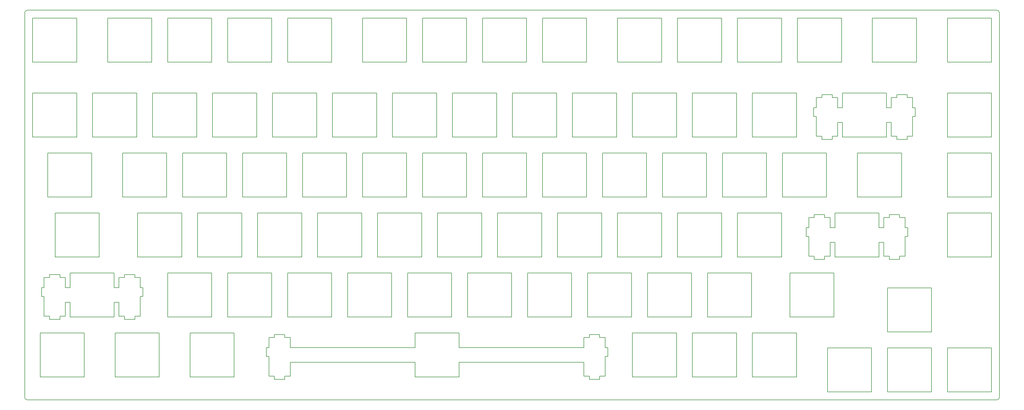
<source format=gbr>
G04 #@! TF.GenerationSoftware,KiCad,Pcbnew,7.0.1*
G04 #@! TF.CreationDate,2023-04-16T01:42:19-07:00*
G04 #@! TF.ProjectId,switch plate,73776974-6368-4207-906c-6174652e6b69,rev?*
G04 #@! TF.SameCoordinates,Original*
G04 #@! TF.FileFunction,Profile,NP*
%FSLAX46Y46*%
G04 Gerber Fmt 4.6, Leading zero omitted, Abs format (unit mm)*
G04 Created by KiCad (PCBNEW 7.0.1) date 2023-04-16 01:42:19*
%MOMM*%
%LPD*%
G01*
G04 APERTURE LIST*
G04 #@! TA.AperFunction,Profile*
%ADD10C,0.188976*%
G04 #@! TD*
G04 APERTURE END LIST*
D10*
X280435003Y-156488000D02*
X280435003Y-142488003D01*
X266435003Y-199349996D02*
X280435003Y-199349996D01*
X152991005Y-228149999D02*
X152991005Y-224919996D01*
X419677999Y-218169996D02*
X419677999Y-211899999D01*
X278052999Y-251799993D02*
X317677999Y-251799993D01*
X419677999Y-205869993D02*
X417952993Y-205869993D01*
X158991005Y-242499997D02*
X144991005Y-242499997D01*
X380447012Y-156488000D02*
X380447012Y-142488003D01*
X166422004Y-156488000D02*
X180422006Y-156488000D01*
X447121999Y-180300000D02*
X447121999Y-166300000D01*
X412927999Y-213699994D02*
X412927999Y-218169996D01*
X242335004Y-199349996D02*
X242335004Y-185350000D01*
X323585012Y-185350000D02*
X323585012Y-199349996D01*
X390685003Y-170999997D02*
X390685003Y-173800000D01*
X389128011Y-205869993D02*
X389128011Y-209099996D01*
X158991005Y-256499997D02*
X158991005Y-242499997D01*
X166422004Y-142488003D02*
X166422004Y-156488000D01*
X170041006Y-228149999D02*
X168516004Y-228149999D01*
X411403005Y-218399999D02*
X411403005Y-213699994D01*
X171766004Y-224919996D02*
X170041006Y-224919996D01*
X397403005Y-218399999D02*
X411403005Y-218399999D01*
X280435003Y-185350000D02*
X266435003Y-185350000D01*
X149753005Y-218399999D02*
X163753006Y-218399999D01*
X414653005Y-219149999D02*
X417952993Y-219149999D01*
X371210012Y-166300000D02*
X371210012Y-180300000D01*
X366447012Y-142488003D02*
X366447012Y-156488000D01*
X289960012Y-180300000D02*
X289960012Y-166300000D01*
X142610005Y-156488000D02*
X156610004Y-156488000D01*
X156610004Y-180300000D02*
X156610004Y-166300000D01*
X271197012Y-204399999D02*
X271197012Y-218399999D01*
X275672002Y-237449994D02*
X275672002Y-223449994D01*
X161660005Y-180300000D02*
X175660005Y-180300000D01*
X219403005Y-243049993D02*
X219403005Y-243969999D01*
X333110006Y-166300000D02*
X333110006Y-180300000D01*
X285485006Y-185350000D02*
X285485006Y-199349996D01*
X417034994Y-180070001D02*
X417034994Y-181050000D01*
X154516004Y-228149999D02*
X152991005Y-228149999D01*
X309010000Y-166300000D02*
X295010000Y-166300000D01*
X323297002Y-218399999D02*
X323297002Y-204399999D01*
X322703008Y-257249997D02*
X322703008Y-256269994D01*
X163753006Y-218399999D02*
X163753006Y-204399999D01*
X223572004Y-156488000D02*
X237572004Y-156488000D01*
X264052007Y-242499997D02*
X264052007Y-247199994D01*
X280435003Y-199349996D02*
X280435003Y-185350000D01*
X163753006Y-204399999D02*
X149753005Y-204399999D01*
X204522009Y-142488003D02*
X204522009Y-156488000D01*
X328347005Y-142488003D02*
X328347005Y-156488000D01*
X422060018Y-167769998D02*
X420335012Y-167769998D01*
X216853002Y-247199994D02*
X216853002Y-249999997D01*
X342635000Y-185350000D02*
X342635000Y-199349996D01*
X383116003Y-223449994D02*
X383116003Y-237449994D01*
X447121999Y-218399999D02*
X447121999Y-204399999D01*
X447121999Y-142488003D02*
X433121999Y-142488003D01*
X380447012Y-142488003D02*
X366447012Y-142488003D01*
X333110006Y-256499997D02*
X347110006Y-256499997D01*
X380447012Y-218399999D02*
X380447012Y-204399999D01*
X209285001Y-185350000D02*
X209285001Y-199349996D01*
X347397009Y-204399999D02*
X347397009Y-218399999D01*
X318535009Y-142488003D02*
X304535009Y-142488003D01*
X393233999Y-181050000D02*
X396534994Y-181050000D01*
X393233999Y-167769998D02*
X391510000Y-167769998D01*
X396534994Y-181050000D02*
X396534994Y-180070001D01*
X366160009Y-256499997D02*
X366160009Y-242499997D01*
X417952993Y-218169996D02*
X419677999Y-218169996D01*
X294722005Y-223449994D02*
X280722005Y-223449994D01*
X318535009Y-199349996D02*
X318535009Y-185350000D01*
X151266004Y-224919996D02*
X151266004Y-223999997D01*
X397116018Y-237449994D02*
X397116018Y-223449994D01*
X347397009Y-156488000D02*
X361397009Y-156488000D01*
X361397009Y-142488003D02*
X347397009Y-142488003D01*
X182803007Y-256499997D02*
X182803007Y-242499997D01*
X192616006Y-256499997D02*
X206616003Y-256499997D01*
X270910009Y-180300000D02*
X270910009Y-166300000D01*
X180710004Y-180300000D02*
X194710004Y-180300000D01*
X422060018Y-170999997D02*
X422060018Y-167769998D01*
X419677999Y-211899999D02*
X420503011Y-211899999D01*
X328347005Y-156488000D02*
X342347005Y-156488000D01*
X404547018Y-199349996D02*
X418547018Y-199349996D01*
X242622007Y-237449994D02*
X256622007Y-237449994D01*
X433121999Y-247262998D02*
X433121999Y-261262998D01*
X299772009Y-237449994D02*
X313772009Y-237449994D01*
X396534994Y-167769998D02*
X396534994Y-166850002D01*
X388302999Y-211899999D02*
X389128011Y-211899999D01*
X233097005Y-204399999D02*
X233097005Y-218399999D01*
X418547018Y-185350000D02*
X404547018Y-185350000D01*
X411403005Y-204399999D02*
X397403005Y-204399999D01*
X217678007Y-247199994D02*
X216853002Y-247199994D01*
X412927999Y-218169996D02*
X414653005Y-218169996D01*
X285197012Y-218399999D02*
X285197012Y-204399999D01*
X168516004Y-237449994D02*
X168516004Y-232749997D01*
X199472005Y-223449994D02*
X185472005Y-223449994D01*
X168516004Y-223449994D02*
X154516004Y-223449994D01*
X447121999Y-166300000D02*
X433121999Y-166300000D01*
X189947004Y-218399999D02*
X189947004Y-204399999D01*
X324427999Y-249999997D02*
X325253011Y-249999997D01*
X396534994Y-180070001D02*
X398260000Y-180070001D01*
X266147009Y-204399999D02*
X252147009Y-204399999D01*
X337871999Y-223449994D02*
X337871999Y-237449994D01*
X192616006Y-242499997D02*
X192616006Y-256499997D01*
X422885000Y-173800000D02*
X422885000Y-170999997D01*
X216853002Y-249999997D02*
X217678007Y-249999997D01*
X232810003Y-180300000D02*
X232810003Y-166300000D01*
X176791006Y-224919996D02*
X175066003Y-224919996D01*
X314060003Y-180300000D02*
X328060003Y-180300000D01*
X394151998Y-204949994D02*
X390853002Y-204949994D01*
X433121999Y-199349996D02*
X447121999Y-199349996D01*
X324427999Y-247199994D02*
X324427999Y-243969999D01*
X145416005Y-228149999D02*
X145416005Y-230949994D01*
X223285001Y-199349996D02*
X223285001Y-185350000D01*
X420503011Y-211899999D02*
X420503011Y-209099996D01*
X395021993Y-247262998D02*
X395021993Y-261262998D01*
X422060018Y-180070001D02*
X422060018Y-173800000D01*
X328060003Y-166300000D02*
X314060003Y-166300000D01*
X251859007Y-180300000D02*
X251859007Y-166300000D01*
X152991005Y-232749997D02*
X154516004Y-232749997D01*
X313772009Y-223449994D02*
X299772009Y-223449994D01*
X322703008Y-256269994D02*
X324427999Y-256269994D01*
X422885000Y-170999997D02*
X422060018Y-170999997D01*
X393233999Y-180070001D02*
X393233999Y-181050000D01*
X318822012Y-237449994D02*
X332822012Y-237449994D01*
X417034994Y-181050000D02*
X420335012Y-181050000D01*
X428072012Y-228212995D02*
X414072012Y-228212995D01*
X199760008Y-166300000D02*
X199760008Y-180300000D01*
X347397009Y-142488003D02*
X347397009Y-156488000D01*
X224428007Y-243969999D02*
X222703008Y-243969999D01*
X261672002Y-237449994D02*
X275672002Y-237449994D01*
X413784994Y-166300000D02*
X399784994Y-166300000D01*
X415310018Y-175600000D02*
X415310018Y-180070001D01*
X146241005Y-230949994D02*
X146241005Y-237219999D01*
X411403005Y-209099996D02*
X411403005Y-204399999D01*
X396534994Y-166850002D02*
X393233999Y-166850002D01*
X247097005Y-204399999D02*
X233097005Y-204399999D01*
X185472005Y-237449994D02*
X199472005Y-237449994D01*
X171766004Y-223999997D02*
X171766004Y-224919996D01*
X433121999Y-204399999D02*
X433121999Y-218399999D01*
X261385008Y-142488003D02*
X247385008Y-142488003D01*
X175660005Y-180300000D02*
X175660005Y-166300000D01*
X304535009Y-199349996D02*
X318535009Y-199349996D01*
X411403005Y-213699994D02*
X412927999Y-213699994D01*
X171766004Y-237219999D02*
X171766004Y-238199994D01*
X317677999Y-251799993D02*
X317677999Y-256269994D01*
X185472005Y-223449994D02*
X185472005Y-237449994D01*
X322703008Y-243049993D02*
X319403005Y-243049993D01*
X323297002Y-204399999D02*
X309297002Y-204399999D01*
X147966005Y-238199994D02*
X151266004Y-238199994D01*
X152991005Y-237219999D02*
X152991005Y-232749997D01*
X142610005Y-166300000D02*
X142610005Y-180300000D01*
X390853002Y-219149999D02*
X394151998Y-219149999D01*
X171185007Y-185350000D02*
X171185007Y-199349996D01*
X394733999Y-199349996D02*
X394733999Y-185350000D01*
X423310018Y-156488000D02*
X423310018Y-142488003D01*
X447121999Y-185350000D02*
X433121999Y-185350000D01*
X333110006Y-180300000D02*
X347110006Y-180300000D01*
X380735006Y-185350000D02*
X380735006Y-199349996D01*
X199472005Y-237449994D02*
X199472005Y-223449994D01*
X325253011Y-247199994D02*
X324427999Y-247199994D01*
X304246999Y-204399999D02*
X290246999Y-204399999D01*
X278052999Y-256499997D02*
X278052999Y-251799993D01*
X449648000Y-140963002D02*
X449648000Y-262788984D01*
X433121999Y-261262998D02*
X447121999Y-261262998D01*
X154516004Y-232749997D02*
X154516004Y-237449994D01*
X299485006Y-156488000D02*
X299485006Y-142488003D01*
X213760008Y-180300000D02*
X213760008Y-166300000D01*
X304246999Y-218399999D02*
X304246999Y-204399999D01*
X194997003Y-204399999D02*
X194997003Y-218399999D01*
X356635000Y-199349996D02*
X356635000Y-185350000D01*
X151266004Y-223999997D02*
X147966005Y-223999997D01*
X428072012Y-261262998D02*
X428072012Y-247262998D01*
X285485006Y-142488003D02*
X285485006Y-156488000D01*
X280722005Y-237449994D02*
X294722005Y-237449994D01*
X413784994Y-180300000D02*
X413784994Y-175600000D01*
X218522009Y-142488003D02*
X204522009Y-142488003D01*
X224428007Y-256269994D02*
X224428007Y-251799993D01*
X261385008Y-199349996D02*
X261385008Y-185350000D01*
X149753005Y-204399999D02*
X149753005Y-218399999D01*
X380447012Y-204399999D02*
X366447012Y-204399999D01*
X414072012Y-242212995D02*
X428072012Y-242212995D01*
X275960012Y-180300000D02*
X289960012Y-180300000D01*
X395878011Y-218169996D02*
X395878011Y-213699994D01*
X141085005Y-139963002D02*
X448648000Y-139963002D01*
X199472005Y-142488003D02*
X185472005Y-142488003D01*
X228047002Y-218399999D02*
X228047002Y-204399999D01*
X333110006Y-242499997D02*
X333110006Y-256499997D01*
X352160009Y-166300000D02*
X352160009Y-180300000D01*
X304535009Y-142488003D02*
X304535009Y-156488000D01*
X356635000Y-185350000D02*
X342635000Y-185350000D01*
X147966005Y-237219999D02*
X147966005Y-238199994D01*
X223285001Y-185350000D02*
X209285001Y-185350000D01*
X447121999Y-199349996D02*
X447121999Y-185350000D01*
X397403005Y-209099996D02*
X395878011Y-209099996D01*
X324427999Y-243969999D02*
X322703008Y-243969999D01*
X337871999Y-237449994D02*
X351871999Y-237449994D01*
X409310018Y-142488003D02*
X409310018Y-156488000D01*
X332822012Y-223449994D02*
X318822012Y-223449994D01*
X237572004Y-142488003D02*
X223572004Y-142488003D01*
X289960012Y-166300000D02*
X275960012Y-166300000D01*
X222703008Y-243049993D02*
X219403005Y-243049993D01*
X285485006Y-156488000D02*
X299485006Y-156488000D01*
X420335012Y-167769998D02*
X420335012Y-166850002D01*
X206616003Y-242499997D02*
X192616006Y-242499997D01*
X420335012Y-180070001D02*
X422060018Y-180070001D01*
X266435003Y-185350000D02*
X266435003Y-199349996D01*
X304535009Y-156488000D02*
X318535009Y-156488000D01*
X389128011Y-209099996D02*
X388302999Y-209099996D01*
X361685003Y-185350000D02*
X361685003Y-199349996D01*
X256622007Y-223449994D02*
X242622007Y-223449994D01*
X140085016Y-262788984D02*
G75*
G03*
X141085005Y-263788984I999984J-16D01*
G01*
X399496999Y-156488000D02*
X399496999Y-142488003D01*
X397403005Y-213699994D02*
X397403005Y-218399999D01*
X247385008Y-199349996D02*
X261385008Y-199349996D01*
X233097005Y-218399999D02*
X247097005Y-218399999D01*
X185185007Y-199349996D02*
X185185007Y-185350000D01*
X180422006Y-156488000D02*
X180422006Y-142488003D01*
X218522009Y-237449994D02*
X218522009Y-223449994D01*
X180422006Y-142488003D02*
X166422004Y-142488003D01*
X385210012Y-166300000D02*
X371210012Y-166300000D01*
X414072012Y-228212995D02*
X414072012Y-242212995D01*
X447121999Y-247262998D02*
X433121999Y-247262998D01*
X356922002Y-223449994D02*
X356922002Y-237449994D01*
X414072012Y-261262998D02*
X428072012Y-261262998D01*
X224428007Y-251799993D02*
X264052007Y-251799993D01*
X204235006Y-185350000D02*
X190235006Y-185350000D01*
X375685003Y-199349996D02*
X375685003Y-185350000D01*
X366447012Y-204399999D02*
X366447012Y-218399999D01*
X319403005Y-243049993D02*
X319403005Y-243969999D01*
X247097005Y-218399999D02*
X247097005Y-204399999D01*
X324427999Y-256269994D02*
X324427999Y-249999997D01*
X342347005Y-156488000D02*
X342347005Y-142488003D01*
X261672002Y-223449994D02*
X261672002Y-237449994D01*
X177616006Y-228149999D02*
X176791006Y-228149999D01*
X356922002Y-237449994D02*
X370922002Y-237449994D01*
X319403005Y-243969999D02*
X317677999Y-243969999D01*
X144991005Y-256499997D02*
X158991005Y-256499997D01*
X414653005Y-204949994D02*
X414653005Y-205869993D01*
X218522009Y-223449994D02*
X204522009Y-223449994D01*
X151266004Y-237219999D02*
X152991005Y-237219999D01*
X161660005Y-166300000D02*
X161660005Y-180300000D01*
X154516004Y-223449994D02*
X154516004Y-228149999D01*
X414072012Y-247262998D02*
X414072012Y-261262998D01*
X190235006Y-185350000D02*
X190235006Y-199349996D01*
X394733999Y-185350000D02*
X380735006Y-185350000D01*
X325253011Y-249999997D02*
X325253011Y-247199994D01*
X409310018Y-156488000D02*
X423310018Y-156488000D01*
X232810003Y-166300000D02*
X218810003Y-166300000D01*
X142610005Y-180300000D02*
X156610004Y-180300000D01*
X264052007Y-256499997D02*
X278052999Y-256499997D01*
X380735006Y-199349996D02*
X394733999Y-199349996D01*
X391510000Y-167769998D02*
X391510000Y-170999997D01*
X219403005Y-257249997D02*
X222703008Y-257249997D01*
X280435003Y-142488003D02*
X266435003Y-142488003D01*
X433121999Y-142488003D02*
X433121999Y-156488000D01*
X228335004Y-185350000D02*
X228335004Y-199349996D01*
X390853002Y-204949994D02*
X390853002Y-205869993D01*
X423310018Y-142488003D02*
X409310018Y-142488003D01*
X295010000Y-166300000D02*
X295010000Y-180300000D01*
X347110006Y-166300000D02*
X333110006Y-166300000D01*
X447121999Y-261262998D02*
X447121999Y-247262998D01*
X351871999Y-223449994D02*
X337871999Y-223449994D01*
X237572004Y-156488000D02*
X237572004Y-142488003D01*
X170041006Y-224919996D02*
X170041006Y-228149999D01*
X420335012Y-166850002D02*
X417034994Y-166850002D01*
X170041006Y-237219999D02*
X171766004Y-237219999D01*
X175066003Y-224919996D02*
X175066003Y-223999997D01*
X366160009Y-180300000D02*
X366160009Y-166300000D01*
X204522009Y-237449994D02*
X218522009Y-237449994D01*
X347110006Y-180300000D02*
X347110006Y-166300000D01*
X161372005Y-185350000D02*
X147372005Y-185350000D01*
X218522009Y-156488000D02*
X218522009Y-142488003D01*
X146241005Y-228149999D02*
X145416005Y-228149999D01*
X228047002Y-204399999D02*
X214047002Y-204399999D01*
X256622007Y-237449994D02*
X256622007Y-223449994D01*
X223572004Y-142488003D02*
X223572004Y-156488000D01*
X399784994Y-166300000D02*
X399784994Y-170999997D01*
X415310018Y-180070001D02*
X417034994Y-180070001D01*
X389128011Y-218169996D02*
X390853002Y-218169996D01*
X185472005Y-142488003D02*
X185472005Y-156488000D01*
X399496999Y-142488003D02*
X385496999Y-142488003D01*
X404547018Y-185350000D02*
X404547018Y-199349996D01*
X395878011Y-209099996D02*
X395878011Y-205869993D01*
X385496999Y-156488000D02*
X399496999Y-156488000D01*
X370922002Y-223449994D02*
X356922002Y-223449994D01*
X309297002Y-218399999D02*
X323297002Y-218399999D01*
X175066003Y-223999997D02*
X171766004Y-223999997D01*
X141085005Y-139963005D02*
G75*
G03*
X140085005Y-140963002I-5J-999995D01*
G01*
X264052007Y-247199994D02*
X224428007Y-247199994D01*
X194997003Y-218399999D02*
X208997007Y-218399999D01*
X147966005Y-223999997D02*
X147966005Y-224919996D01*
X261385008Y-156488000D02*
X261385008Y-142488003D01*
X270910009Y-166300000D02*
X256909002Y-166300000D01*
X147372005Y-185350000D02*
X147372005Y-199349996D01*
X347397009Y-218399999D02*
X361397009Y-218399999D01*
X398260000Y-167769998D02*
X396534994Y-167769998D01*
X385210012Y-180300000D02*
X385210012Y-166300000D01*
X278052999Y-242499997D02*
X264052007Y-242499997D01*
X206616003Y-256499997D02*
X206616003Y-242499997D01*
X313772009Y-237449994D02*
X313772009Y-223449994D01*
X366447012Y-156488000D02*
X380447012Y-156488000D01*
X213760008Y-166300000D02*
X199760008Y-166300000D01*
X366160009Y-166300000D02*
X352160009Y-166300000D01*
X161372005Y-199349996D02*
X161372005Y-185350000D01*
X347110006Y-256499997D02*
X347110006Y-242499997D01*
X419677999Y-209099996D02*
X419677999Y-205869993D01*
X415310018Y-167769998D02*
X415310018Y-170999997D01*
X347110006Y-242499997D02*
X333110006Y-242499997D01*
X176791006Y-230949994D02*
X177616006Y-230949994D01*
X397403005Y-204399999D02*
X397403005Y-209099996D01*
X428072012Y-247262998D02*
X414072012Y-247262998D01*
X398260000Y-175600000D02*
X399784994Y-175600000D01*
X285197012Y-204399999D02*
X271197012Y-204399999D01*
X447121999Y-156488000D02*
X447121999Y-142488003D01*
X299485006Y-185350000D02*
X285485006Y-185350000D01*
X322703008Y-243969999D02*
X322703008Y-243049993D01*
X332822012Y-237449994D02*
X332822012Y-223449994D01*
X328347005Y-218399999D02*
X342347005Y-218399999D01*
X168803007Y-256499997D02*
X182803007Y-256499997D01*
X370922002Y-237449994D02*
X370922002Y-223449994D01*
X361397009Y-156488000D02*
X361397009Y-142488003D01*
X204235006Y-199349996D02*
X204235006Y-185350000D01*
X147966005Y-224919996D02*
X146241005Y-224919996D01*
X175066003Y-238199994D02*
X175066003Y-237219999D01*
X389128011Y-211899999D02*
X389128011Y-218169996D01*
X417952993Y-204949994D02*
X414653005Y-204949994D01*
X290246999Y-218399999D02*
X304246999Y-218399999D01*
X147372005Y-199349996D02*
X161372005Y-199349996D01*
X171766004Y-238199994D02*
X175066003Y-238199994D01*
X366447012Y-218399999D02*
X380447012Y-218399999D01*
X417034994Y-167769998D02*
X415310018Y-167769998D01*
X417952993Y-219149999D02*
X417952993Y-218169996D01*
X352160009Y-180300000D02*
X366160009Y-180300000D01*
X146241005Y-237219999D02*
X147966005Y-237219999D01*
X318535009Y-185350000D02*
X304535009Y-185350000D01*
X222703008Y-243969999D02*
X222703008Y-243049993D01*
X242335004Y-185350000D02*
X228335004Y-185350000D01*
X449647998Y-140963002D02*
G75*
G03*
X448648000Y-139963002I-999998J2D01*
G01*
X361685003Y-199349996D02*
X375685003Y-199349996D01*
X199472005Y-156488000D02*
X199472005Y-142488003D01*
X409021993Y-261262998D02*
X409021993Y-247262998D01*
X390685003Y-173800000D02*
X391510000Y-173800000D01*
X385210012Y-242499997D02*
X371210012Y-242499997D01*
X420335012Y-181050000D02*
X420335012Y-180070001D01*
X309297002Y-204399999D02*
X309297002Y-218399999D01*
X176791006Y-228149999D02*
X176791006Y-224919996D01*
X140085005Y-262788984D02*
X140085005Y-140963002D01*
X175947004Y-218399999D02*
X189947004Y-218399999D01*
X285485006Y-199349996D02*
X299485006Y-199349996D01*
X371210012Y-180300000D02*
X385210012Y-180300000D01*
X447121999Y-204399999D02*
X433121999Y-204399999D01*
X399784994Y-175600000D02*
X399784994Y-180300000D01*
X371210012Y-242499997D02*
X371210012Y-256499997D01*
X264052007Y-251799993D02*
X264052007Y-256499997D01*
X219403005Y-256269994D02*
X219403005Y-257249997D01*
X290246999Y-204399999D02*
X290246999Y-218399999D01*
X428072012Y-242212995D02*
X428072012Y-228212995D01*
X342347005Y-204399999D02*
X328347005Y-204399999D01*
X409021993Y-247262998D02*
X395021993Y-247262998D01*
X433121999Y-185350000D02*
X433121999Y-199349996D01*
X204522009Y-223449994D02*
X204522009Y-237449994D01*
X414653005Y-205869993D02*
X412927999Y-205869993D01*
X351871999Y-237449994D02*
X351871999Y-223449994D01*
X177616006Y-230949994D02*
X177616006Y-228149999D01*
X342635000Y-199349996D02*
X356635000Y-199349996D01*
X218810003Y-166300000D02*
X218810003Y-180300000D01*
X319403005Y-257249997D02*
X322703008Y-257249997D01*
X223572004Y-237449994D02*
X237572004Y-237449994D01*
X271197012Y-218399999D02*
X285197012Y-218399999D01*
X266435003Y-142488003D02*
X266435003Y-156488000D01*
X209285001Y-199349996D02*
X223285001Y-199349996D01*
X208997007Y-218399999D02*
X208997007Y-204399999D01*
X266147009Y-218399999D02*
X266147009Y-204399999D01*
X383116003Y-237449994D02*
X397116018Y-237449994D01*
X323585012Y-199349996D02*
X337585012Y-199349996D01*
X385496999Y-142488003D02*
X385496999Y-156488000D01*
X391510000Y-180070001D02*
X393233999Y-180070001D01*
X422060018Y-173800000D02*
X422885000Y-173800000D01*
X185472005Y-156488000D02*
X199472005Y-156488000D01*
X185185007Y-185350000D02*
X171185007Y-185350000D01*
X247385008Y-142488003D02*
X247385008Y-156488000D01*
X309010000Y-180300000D02*
X309010000Y-166300000D01*
X317677999Y-256269994D02*
X319403005Y-256269994D01*
X395878011Y-205869993D02*
X394151998Y-205869993D01*
X418547018Y-199349996D02*
X418547018Y-185350000D01*
X189947004Y-204399999D02*
X175947004Y-204399999D01*
X448648000Y-263788984D02*
X141085005Y-263788984D01*
X366160009Y-242499997D02*
X352160009Y-242499997D01*
X361397009Y-204399999D02*
X347397009Y-204399999D01*
X337585012Y-199349996D02*
X337585012Y-185350000D01*
X242622007Y-223449994D02*
X242622007Y-237449994D01*
X278052999Y-247199994D02*
X278052999Y-242499997D01*
X385210012Y-256499997D02*
X385210012Y-242499997D01*
X214047002Y-204399999D02*
X214047002Y-218399999D01*
X390853002Y-205869993D02*
X389128011Y-205869993D01*
X224428007Y-247199994D02*
X224428007Y-243969999D01*
X417034994Y-166850002D02*
X417034994Y-167769998D01*
X176791006Y-237219999D02*
X176791006Y-230949994D01*
X168516004Y-232749997D02*
X170041006Y-232749997D01*
X175947004Y-204399999D02*
X175947004Y-218399999D01*
X352160009Y-256499997D02*
X366160009Y-256499997D01*
X194710004Y-166300000D02*
X180710004Y-166300000D01*
X154516004Y-237449994D02*
X168516004Y-237449994D01*
X361397009Y-218399999D02*
X361397009Y-204399999D01*
X388302999Y-209099996D02*
X388302999Y-211899999D01*
X433121999Y-166300000D02*
X433121999Y-180300000D01*
X337585012Y-185350000D02*
X323585012Y-185350000D01*
X393233999Y-166850002D02*
X393233999Y-167769998D01*
X412927999Y-209099996D02*
X411403005Y-209099996D01*
X394151998Y-218169996D02*
X395878011Y-218169996D01*
X412927999Y-205869993D02*
X412927999Y-209099996D01*
X217678007Y-256269994D02*
X219403005Y-256269994D01*
X433121999Y-180300000D02*
X447121999Y-180300000D01*
X237572004Y-223449994D02*
X223572004Y-223449994D01*
X151266004Y-238199994D02*
X151266004Y-237219999D01*
X294722005Y-237449994D02*
X294722005Y-223449994D01*
X398260000Y-180070001D02*
X398260000Y-175600000D01*
X317677999Y-243969999D02*
X317677999Y-247199994D01*
X390853002Y-218169996D02*
X390853002Y-219149999D01*
X415310018Y-170999997D02*
X413784994Y-170999997D01*
X317677999Y-247199994D02*
X278052999Y-247199994D01*
X175660005Y-166300000D02*
X161660005Y-166300000D01*
X420503011Y-209099996D02*
X419677999Y-209099996D01*
X295010000Y-180300000D02*
X309010000Y-180300000D01*
X266435003Y-156488000D02*
X280435003Y-156488000D01*
X391510000Y-170999997D02*
X390685003Y-170999997D01*
X217678007Y-249999997D02*
X217678007Y-256269994D01*
X222703008Y-257249997D02*
X222703008Y-256269994D01*
X375685003Y-185350000D02*
X361685003Y-185350000D01*
X146241005Y-224919996D02*
X146241005Y-228149999D01*
X214047002Y-218399999D02*
X228047002Y-218399999D01*
X204522009Y-156488000D02*
X218522009Y-156488000D01*
X256909002Y-180300000D02*
X270910009Y-180300000D01*
X342347005Y-142488003D02*
X328347005Y-142488003D01*
X156610004Y-156488000D02*
X156610004Y-142488003D01*
X144991005Y-242499997D02*
X144991005Y-256499997D01*
X413784994Y-175600000D02*
X415310018Y-175600000D01*
X180710004Y-166300000D02*
X180710004Y-180300000D01*
X182803007Y-242499997D02*
X168803007Y-242499997D01*
X237859007Y-180300000D02*
X251859007Y-180300000D01*
X299485006Y-199349996D02*
X299485006Y-185350000D01*
X314060003Y-166300000D02*
X314060003Y-180300000D01*
X280722005Y-223449994D02*
X280722005Y-237449994D01*
X319403005Y-256269994D02*
X319403005Y-257249997D01*
X304535009Y-185350000D02*
X304535009Y-199349996D01*
X395878011Y-213699994D02*
X397403005Y-213699994D01*
X247385008Y-156488000D02*
X261385008Y-156488000D01*
X352160009Y-242499997D02*
X352160009Y-256499997D01*
X252147009Y-204399999D02*
X252147009Y-218399999D01*
X328347005Y-204399999D02*
X328347005Y-218399999D01*
X145416005Y-230949994D02*
X146241005Y-230949994D01*
X228335004Y-199349996D02*
X242335004Y-199349996D01*
X168516004Y-228149999D02*
X168516004Y-223449994D01*
X208997007Y-204399999D02*
X194997003Y-204399999D01*
X414653005Y-218169996D02*
X414653005Y-219149999D01*
X251859007Y-166300000D02*
X237859007Y-166300000D01*
X237859007Y-166300000D02*
X237859007Y-180300000D01*
X328060003Y-180300000D02*
X328060003Y-166300000D01*
X217678007Y-243969999D02*
X217678007Y-247199994D01*
X448648000Y-263789000D02*
G75*
G03*
X449648000Y-262788984I0J1000000D01*
G01*
X256909002Y-166300000D02*
X256909002Y-180300000D01*
X397116018Y-223449994D02*
X383116003Y-223449994D01*
X318822012Y-223449994D02*
X318822012Y-237449994D01*
X417952993Y-205869993D02*
X417952993Y-204949994D01*
X391510000Y-173800000D02*
X391510000Y-180070001D01*
X219403005Y-243969999D02*
X217678007Y-243969999D01*
X394151998Y-219149999D02*
X394151998Y-218169996D01*
X218810003Y-180300000D02*
X232810003Y-180300000D01*
X433121999Y-156488000D02*
X447121999Y-156488000D01*
X398260000Y-170999997D02*
X398260000Y-167769998D01*
X399784994Y-170999997D02*
X398260000Y-170999997D01*
X171185007Y-199349996D02*
X185185007Y-199349996D01*
X223572004Y-223449994D02*
X223572004Y-237449994D01*
X318535009Y-156488000D02*
X318535009Y-142488003D01*
X168803007Y-242499997D02*
X168803007Y-256499997D01*
X190235006Y-199349996D02*
X204235006Y-199349996D01*
X199760008Y-180300000D02*
X213760008Y-180300000D01*
X152991005Y-224919996D02*
X151266004Y-224919996D01*
X222703008Y-256269994D02*
X224428007Y-256269994D01*
X395021993Y-261262998D02*
X409021993Y-261262998D01*
X299772009Y-223449994D02*
X299772009Y-237449994D01*
X433121999Y-218399999D02*
X447121999Y-218399999D01*
X394151998Y-205869993D02*
X394151998Y-204949994D01*
X142610005Y-142488003D02*
X142610005Y-156488000D01*
X399784994Y-180300000D02*
X413784994Y-180300000D01*
X237572004Y-237449994D02*
X237572004Y-223449994D01*
X247385008Y-185350000D02*
X247385008Y-199349996D01*
X252147009Y-218399999D02*
X266147009Y-218399999D01*
X175066003Y-237219999D02*
X176791006Y-237219999D01*
X413784994Y-170999997D02*
X413784994Y-166300000D01*
X371210012Y-256499997D02*
X385210012Y-256499997D01*
X156610004Y-166300000D02*
X142610005Y-166300000D01*
X194710004Y-180300000D02*
X194710004Y-166300000D01*
X275960012Y-166300000D02*
X275960012Y-180300000D01*
X299485006Y-142488003D02*
X285485006Y-142488003D01*
X342347005Y-218399999D02*
X342347005Y-204399999D01*
X156610004Y-142488003D02*
X142610005Y-142488003D01*
X275672002Y-223449994D02*
X261672002Y-223449994D01*
X261385008Y-185350000D02*
X247385008Y-185350000D01*
X170041006Y-232749997D02*
X170041006Y-237219999D01*
M02*

</source>
